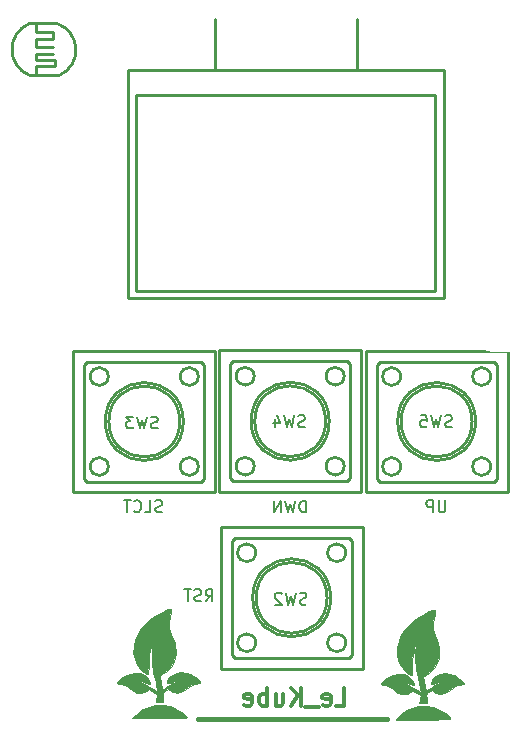
<source format=gbo>
G04 #@! TF.GenerationSoftware,KiCad,Pcbnew,(5.1.9-0-10_14)*
G04 #@! TF.CreationDate,2021-04-26T19:25:28+02:00*
G04 #@! TF.ProjectId,Le_kube,4c655f6b-7562-4652-9e6b-696361645f70,rev?*
G04 #@! TF.SameCoordinates,Original*
G04 #@! TF.FileFunction,Legend,Bot*
G04 #@! TF.FilePolarity,Positive*
%FSLAX46Y46*%
G04 Gerber Fmt 4.6, Leading zero omitted, Abs format (unit mm)*
G04 Created by KiCad (PCBNEW (5.1.9-0-10_14)) date 2021-04-26 19:25:28*
%MOMM*%
%LPD*%
G01*
G04 APERTURE LIST*
%ADD10C,0.200000*%
%ADD11C,0.300000*%
%ADD12C,0.400000*%
%ADD13C,0.254000*%
%ADD14C,0.010000*%
%ADD15R,1.300000X1.950000*%
%ADD16O,3.500000X2.000000*%
%ADD17C,1.600000*%
%ADD18C,1.524000*%
%ADD19R,1.524000X1.524000*%
%ADD20C,0.800000*%
%ADD21R,1.800000X1.800000*%
%ADD22C,1.800000*%
%ADD23O,2.000000X1.300000*%
%ADD24R,1.950000X1.300000*%
%ADD25O,2.000000X1.200000*%
%ADD26C,1.300000*%
G04 APERTURE END LIST*
D10*
X113505714Y-95782380D02*
X113505714Y-96591904D01*
X113458095Y-96687142D01*
X113410476Y-96734761D01*
X113315238Y-96782380D01*
X113124761Y-96782380D01*
X113029523Y-96734761D01*
X112981904Y-96687142D01*
X112934285Y-96591904D01*
X112934285Y-95782380D01*
X112458095Y-96782380D02*
X112458095Y-95782380D01*
X112077142Y-95782380D01*
X111981904Y-95830000D01*
X111934285Y-95877619D01*
X111886666Y-95972857D01*
X111886666Y-96115714D01*
X111934285Y-96210952D01*
X111981904Y-96258571D01*
X112077142Y-96306190D01*
X112458095Y-96306190D01*
X101727142Y-96802380D02*
X101727142Y-95802380D01*
X101489047Y-95802380D01*
X101346190Y-95850000D01*
X101250952Y-95945238D01*
X101203333Y-96040476D01*
X101155714Y-96230952D01*
X101155714Y-96373809D01*
X101203333Y-96564285D01*
X101250952Y-96659523D01*
X101346190Y-96754761D01*
X101489047Y-96802380D01*
X101727142Y-96802380D01*
X100822380Y-95802380D02*
X100584285Y-96802380D01*
X100393809Y-96088095D01*
X100203333Y-96802380D01*
X99965238Y-95802380D01*
X99584285Y-96802380D02*
X99584285Y-95802380D01*
X99012857Y-96802380D01*
X99012857Y-95802380D01*
X89541428Y-96724761D02*
X89398571Y-96772380D01*
X89160476Y-96772380D01*
X89065238Y-96724761D01*
X89017619Y-96677142D01*
X88970000Y-96581904D01*
X88970000Y-96486666D01*
X89017619Y-96391428D01*
X89065238Y-96343809D01*
X89160476Y-96296190D01*
X89350952Y-96248571D01*
X89446190Y-96200952D01*
X89493809Y-96153333D01*
X89541428Y-96058095D01*
X89541428Y-95962857D01*
X89493809Y-95867619D01*
X89446190Y-95820000D01*
X89350952Y-95772380D01*
X89112857Y-95772380D01*
X88970000Y-95820000D01*
X88065238Y-96772380D02*
X88541428Y-96772380D01*
X88541428Y-95772380D01*
X87160476Y-96677142D02*
X87208095Y-96724761D01*
X87350952Y-96772380D01*
X87446190Y-96772380D01*
X87589047Y-96724761D01*
X87684285Y-96629523D01*
X87731904Y-96534285D01*
X87779523Y-96343809D01*
X87779523Y-96200952D01*
X87731904Y-96010476D01*
X87684285Y-95915238D01*
X87589047Y-95820000D01*
X87446190Y-95772380D01*
X87350952Y-95772380D01*
X87208095Y-95820000D01*
X87160476Y-95867619D01*
X86874761Y-95772380D02*
X86303333Y-95772380D01*
X86589047Y-96772380D02*
X86589047Y-95772380D01*
X93217619Y-104322380D02*
X93550952Y-103846190D01*
X93789047Y-104322380D02*
X93789047Y-103322380D01*
X93408095Y-103322380D01*
X93312857Y-103370000D01*
X93265238Y-103417619D01*
X93217619Y-103512857D01*
X93217619Y-103655714D01*
X93265238Y-103750952D01*
X93312857Y-103798571D01*
X93408095Y-103846190D01*
X93789047Y-103846190D01*
X92836666Y-104274761D02*
X92693809Y-104322380D01*
X92455714Y-104322380D01*
X92360476Y-104274761D01*
X92312857Y-104227142D01*
X92265238Y-104131904D01*
X92265238Y-104036666D01*
X92312857Y-103941428D01*
X92360476Y-103893809D01*
X92455714Y-103846190D01*
X92646190Y-103798571D01*
X92741428Y-103750952D01*
X92789047Y-103703333D01*
X92836666Y-103608095D01*
X92836666Y-103512857D01*
X92789047Y-103417619D01*
X92741428Y-103370000D01*
X92646190Y-103322380D01*
X92408095Y-103322380D01*
X92265238Y-103370000D01*
X91979523Y-103322380D02*
X91408095Y-103322380D01*
X91693809Y-104322380D02*
X91693809Y-103322380D01*
D11*
X104220000Y-113148571D02*
X104934285Y-113148571D01*
X104934285Y-111648571D01*
X103148571Y-113077142D02*
X103291428Y-113148571D01*
X103577142Y-113148571D01*
X103720000Y-113077142D01*
X103791428Y-112934285D01*
X103791428Y-112362857D01*
X103720000Y-112220000D01*
X103577142Y-112148571D01*
X103291428Y-112148571D01*
X103148571Y-112220000D01*
X103077142Y-112362857D01*
X103077142Y-112505714D01*
X103791428Y-112648571D01*
X102791428Y-113291428D02*
X101648571Y-113291428D01*
X101291428Y-113148571D02*
X101291428Y-111648571D01*
X100434285Y-113148571D02*
X101077142Y-112291428D01*
X100434285Y-111648571D02*
X101291428Y-112505714D01*
X99148571Y-112148571D02*
X99148571Y-113148571D01*
X99791428Y-112148571D02*
X99791428Y-112934285D01*
X99720000Y-113077142D01*
X99577142Y-113148571D01*
X99362857Y-113148571D01*
X99220000Y-113077142D01*
X99148571Y-113005714D01*
X98434285Y-113148571D02*
X98434285Y-111648571D01*
X98434285Y-112220000D02*
X98291428Y-112148571D01*
X98005714Y-112148571D01*
X97862857Y-112220000D01*
X97791428Y-112291428D01*
X97720000Y-112434285D01*
X97720000Y-112862857D01*
X97791428Y-113005714D01*
X97862857Y-113077142D01*
X98005714Y-113148571D01*
X98291428Y-113148571D01*
X98434285Y-113077142D01*
X96505714Y-113077142D02*
X96648571Y-113148571D01*
X96934285Y-113148571D01*
X97077142Y-113077142D01*
X97148571Y-112934285D01*
X97148571Y-112362857D01*
X97077142Y-112220000D01*
X96934285Y-112148571D01*
X96648571Y-112148571D01*
X96505714Y-112220000D01*
X96434285Y-112362857D01*
X96434285Y-112505714D01*
X97148571Y-112648571D01*
D12*
X108550000Y-114290000D02*
X92550000Y-114290000D01*
D13*
X106775000Y-83100000D02*
X106775000Y-95100000D01*
X118774000Y-83100000D02*
X106774000Y-83100000D01*
X118775000Y-95100000D02*
X118775000Y-83100000D01*
X106775000Y-95100000D02*
X118775000Y-95100000D01*
X107695000Y-84274000D02*
X107695000Y-93926000D01*
X107695000Y-93926000D02*
X107949000Y-94180000D01*
X107949000Y-94180000D02*
X117601000Y-94180000D01*
X117601000Y-94180000D02*
X117855000Y-93926000D01*
X117855000Y-93926000D02*
X117855000Y-84274000D01*
X117855000Y-84274000D02*
X117601000Y-84020000D01*
X117601000Y-84020000D02*
X107949000Y-84020000D01*
X107949000Y-84020000D02*
X107695000Y-84274000D01*
X109727000Y-85290000D02*
G75*
G03*
X109727000Y-85290000I-762000J0D01*
G01*
X109727000Y-92910000D02*
G75*
G03*
X109727000Y-92910000I-762000J0D01*
G01*
X117347000Y-85290000D02*
G75*
G03*
X117347000Y-85290000I-762000J0D01*
G01*
X117347000Y-92910000D02*
G75*
G03*
X117347000Y-92910000I-762000J0D01*
G01*
X116077000Y-89100000D02*
G75*
G03*
X116077000Y-89100000I-3302000J0D01*
G01*
X115775000Y-89100000D02*
G75*
G03*
X115775000Y-89100000I-3000000J0D01*
G01*
D14*
G36*
X90063429Y-105003144D02*
G01*
X89843214Y-105092200D01*
X89569023Y-105224349D01*
X89266941Y-105386273D01*
X88963054Y-105564654D01*
X88683446Y-105746174D01*
X88680933Y-105747911D01*
X88183116Y-106152680D01*
X87772275Y-106611542D01*
X87453654Y-107110313D01*
X87232492Y-107634811D01*
X87114033Y-108170853D01*
X87103517Y-108704256D01*
X87206188Y-109220838D01*
X87303956Y-109473545D01*
X87510237Y-109833563D01*
X87765231Y-110136763D01*
X88044606Y-110357997D01*
X88252750Y-110454159D01*
X88305874Y-110464420D01*
X88341891Y-110443087D01*
X88364366Y-110370376D01*
X88376862Y-110226506D01*
X88382941Y-109991695D01*
X88385646Y-109716365D01*
X88403649Y-109217203D01*
X88447256Y-108759460D01*
X88502567Y-108431250D01*
X88573359Y-108131464D01*
X88631837Y-107929511D01*
X88674595Y-107830805D01*
X88698231Y-107840761D01*
X88699339Y-107964791D01*
X88682225Y-108145500D01*
X88661104Y-108405457D01*
X88647669Y-108732886D01*
X88644081Y-109068377D01*
X88645244Y-109161500D01*
X88652020Y-109391518D01*
X88665510Y-109599695D01*
X88689683Y-109809689D01*
X88728507Y-110045163D01*
X88785949Y-110329777D01*
X88865978Y-110687192D01*
X88972560Y-111141068D01*
X88988323Y-111207341D01*
X89045813Y-111472557D01*
X89082608Y-111691045D01*
X89094452Y-111834052D01*
X89086768Y-111872898D01*
X89059045Y-111890119D01*
X89013563Y-111885721D01*
X88931990Y-111850476D01*
X88795994Y-111775157D01*
X88587242Y-111650537D01*
X88316250Y-111485071D01*
X88076511Y-111352652D01*
X87833585Y-111241543D01*
X87664296Y-111182972D01*
X87490085Y-111127737D01*
X87373902Y-111070351D01*
X87354719Y-111051886D01*
X87369235Y-111014552D01*
X87435173Y-111023206D01*
X87579749Y-111059207D01*
X87765903Y-111099846D01*
X87773968Y-111101485D01*
X87974959Y-111156171D01*
X88205071Y-111237636D01*
X88266093Y-111262719D01*
X88447544Y-111325026D01*
X88535186Y-111309693D01*
X88534274Y-111209245D01*
X88450063Y-111016206D01*
X88445531Y-111007410D01*
X88227766Y-110712124D01*
X87938142Y-110509546D01*
X87592701Y-110400717D01*
X87207486Y-110386681D01*
X86798537Y-110468480D01*
X86381895Y-110647155D01*
X86064195Y-110852712D01*
X85835748Y-111041249D01*
X85721689Y-111178020D01*
X85721145Y-111264587D01*
X85813263Y-111300396D01*
X86113865Y-111349392D01*
X86337910Y-111418024D01*
X86535834Y-111526869D01*
X86732066Y-111675194D01*
X86991497Y-111873518D01*
X87203025Y-111996366D01*
X87406279Y-112060280D01*
X87640884Y-112081803D01*
X87707744Y-112082500D01*
X88010569Y-112041819D01*
X88227485Y-111935560D01*
X88443250Y-111788620D01*
X88760750Y-111978476D01*
X88934033Y-112082257D01*
X89056300Y-112155792D01*
X89095442Y-112179649D01*
X89092922Y-112242291D01*
X89068095Y-112391269D01*
X89041616Y-112522115D01*
X89005874Y-112708233D01*
X88989742Y-112833488D01*
X88992674Y-112864756D01*
X89063385Y-112867806D01*
X89217833Y-112862510D01*
X89314160Y-112856986D01*
X89613569Y-112837722D01*
X89599910Y-112423432D01*
X89595312Y-112199573D01*
X89609872Y-112064701D01*
X89658324Y-111980884D01*
X89755405Y-111910184D01*
X89812424Y-111876334D01*
X90038598Y-111743525D01*
X90243302Y-111894870D01*
X90430504Y-111998896D01*
X90652086Y-112041194D01*
X90779128Y-112044552D01*
X91050448Y-112019427D01*
X91297083Y-111936460D01*
X91553815Y-111779817D01*
X91805413Y-111577388D01*
X92031352Y-111407844D01*
X92245307Y-111315576D01*
X92415002Y-111282358D01*
X92602765Y-111249431D01*
X92731297Y-111211912D01*
X92761879Y-111192483D01*
X92737694Y-111121625D01*
X92633772Y-111002714D01*
X92476126Y-110858022D01*
X92290769Y-110709827D01*
X92103711Y-110580402D01*
X91946906Y-110494589D01*
X91536978Y-110366709D01*
X91130960Y-110334037D01*
X90750579Y-110391524D01*
X90417560Y-110534126D01*
X90153633Y-110756796D01*
X90030684Y-110939629D01*
X89948600Y-111118420D01*
X89938759Y-111218090D01*
X90013092Y-111246252D01*
X90183535Y-111210519D01*
X90364125Y-111152349D01*
X90609120Y-111077966D01*
X90833431Y-111025356D01*
X90983250Y-111006278D01*
X91054367Y-111015606D01*
X91023075Y-111046757D01*
X90881644Y-111104487D01*
X90746504Y-111151885D01*
X90462940Y-111267200D01*
X90168866Y-111415774D01*
X89979856Y-111531245D01*
X89796083Y-111651813D01*
X89650777Y-111736222D01*
X89580044Y-111765000D01*
X89541270Y-111707274D01*
X89494544Y-111554858D01*
X89449118Y-111338888D01*
X89443268Y-111304625D01*
X89400426Y-111058831D01*
X89360175Y-110848982D01*
X89330916Y-110718773D01*
X89329928Y-110715260D01*
X89329588Y-110619869D01*
X89409885Y-110541830D01*
X89534851Y-110479026D01*
X89932606Y-110235509D01*
X90256774Y-109897926D01*
X90497010Y-109482342D01*
X90642970Y-109004823D01*
X90680758Y-108699210D01*
X90684143Y-108425030D01*
X90654997Y-108159400D01*
X90586138Y-107872732D01*
X90470380Y-107535438D01*
X90300539Y-107117928D01*
X90291924Y-107097750D01*
X90154204Y-106615581D01*
X90135582Y-106097010D01*
X90221250Y-105605500D01*
X90291825Y-105306381D01*
X90312573Y-105110203D01*
X90283102Y-105002923D01*
X90203584Y-104970500D01*
X90063429Y-105003144D01*
G37*
X90063429Y-105003144D02*
X89843214Y-105092200D01*
X89569023Y-105224349D01*
X89266941Y-105386273D01*
X88963054Y-105564654D01*
X88683446Y-105746174D01*
X88680933Y-105747911D01*
X88183116Y-106152680D01*
X87772275Y-106611542D01*
X87453654Y-107110313D01*
X87232492Y-107634811D01*
X87114033Y-108170853D01*
X87103517Y-108704256D01*
X87206188Y-109220838D01*
X87303956Y-109473545D01*
X87510237Y-109833563D01*
X87765231Y-110136763D01*
X88044606Y-110357997D01*
X88252750Y-110454159D01*
X88305874Y-110464420D01*
X88341891Y-110443087D01*
X88364366Y-110370376D01*
X88376862Y-110226506D01*
X88382941Y-109991695D01*
X88385646Y-109716365D01*
X88403649Y-109217203D01*
X88447256Y-108759460D01*
X88502567Y-108431250D01*
X88573359Y-108131464D01*
X88631837Y-107929511D01*
X88674595Y-107830805D01*
X88698231Y-107840761D01*
X88699339Y-107964791D01*
X88682225Y-108145500D01*
X88661104Y-108405457D01*
X88647669Y-108732886D01*
X88644081Y-109068377D01*
X88645244Y-109161500D01*
X88652020Y-109391518D01*
X88665510Y-109599695D01*
X88689683Y-109809689D01*
X88728507Y-110045163D01*
X88785949Y-110329777D01*
X88865978Y-110687192D01*
X88972560Y-111141068D01*
X88988323Y-111207341D01*
X89045813Y-111472557D01*
X89082608Y-111691045D01*
X89094452Y-111834052D01*
X89086768Y-111872898D01*
X89059045Y-111890119D01*
X89013563Y-111885721D01*
X88931990Y-111850476D01*
X88795994Y-111775157D01*
X88587242Y-111650537D01*
X88316250Y-111485071D01*
X88076511Y-111352652D01*
X87833585Y-111241543D01*
X87664296Y-111182972D01*
X87490085Y-111127737D01*
X87373902Y-111070351D01*
X87354719Y-111051886D01*
X87369235Y-111014552D01*
X87435173Y-111023206D01*
X87579749Y-111059207D01*
X87765903Y-111099846D01*
X87773968Y-111101485D01*
X87974959Y-111156171D01*
X88205071Y-111237636D01*
X88266093Y-111262719D01*
X88447544Y-111325026D01*
X88535186Y-111309693D01*
X88534274Y-111209245D01*
X88450063Y-111016206D01*
X88445531Y-111007410D01*
X88227766Y-110712124D01*
X87938142Y-110509546D01*
X87592701Y-110400717D01*
X87207486Y-110386681D01*
X86798537Y-110468480D01*
X86381895Y-110647155D01*
X86064195Y-110852712D01*
X85835748Y-111041249D01*
X85721689Y-111178020D01*
X85721145Y-111264587D01*
X85813263Y-111300396D01*
X86113865Y-111349392D01*
X86337910Y-111418024D01*
X86535834Y-111526869D01*
X86732066Y-111675194D01*
X86991497Y-111873518D01*
X87203025Y-111996366D01*
X87406279Y-112060280D01*
X87640884Y-112081803D01*
X87707744Y-112082500D01*
X88010569Y-112041819D01*
X88227485Y-111935560D01*
X88443250Y-111788620D01*
X88760750Y-111978476D01*
X88934033Y-112082257D01*
X89056300Y-112155792D01*
X89095442Y-112179649D01*
X89092922Y-112242291D01*
X89068095Y-112391269D01*
X89041616Y-112522115D01*
X89005874Y-112708233D01*
X88989742Y-112833488D01*
X88992674Y-112864756D01*
X89063385Y-112867806D01*
X89217833Y-112862510D01*
X89314160Y-112856986D01*
X89613569Y-112837722D01*
X89599910Y-112423432D01*
X89595312Y-112199573D01*
X89609872Y-112064701D01*
X89658324Y-111980884D01*
X89755405Y-111910184D01*
X89812424Y-111876334D01*
X90038598Y-111743525D01*
X90243302Y-111894870D01*
X90430504Y-111998896D01*
X90652086Y-112041194D01*
X90779128Y-112044552D01*
X91050448Y-112019427D01*
X91297083Y-111936460D01*
X91553815Y-111779817D01*
X91805413Y-111577388D01*
X92031352Y-111407844D01*
X92245307Y-111315576D01*
X92415002Y-111282358D01*
X92602765Y-111249431D01*
X92731297Y-111211912D01*
X92761879Y-111192483D01*
X92737694Y-111121625D01*
X92633772Y-111002714D01*
X92476126Y-110858022D01*
X92290769Y-110709827D01*
X92103711Y-110580402D01*
X91946906Y-110494589D01*
X91536978Y-110366709D01*
X91130960Y-110334037D01*
X90750579Y-110391524D01*
X90417560Y-110534126D01*
X90153633Y-110756796D01*
X90030684Y-110939629D01*
X89948600Y-111118420D01*
X89938759Y-111218090D01*
X90013092Y-111246252D01*
X90183535Y-111210519D01*
X90364125Y-111152349D01*
X90609120Y-111077966D01*
X90833431Y-111025356D01*
X90983250Y-111006278D01*
X91054367Y-111015606D01*
X91023075Y-111046757D01*
X90881644Y-111104487D01*
X90746504Y-111151885D01*
X90462940Y-111267200D01*
X90168866Y-111415774D01*
X89979856Y-111531245D01*
X89796083Y-111651813D01*
X89650777Y-111736222D01*
X89580044Y-111765000D01*
X89541270Y-111707274D01*
X89494544Y-111554858D01*
X89449118Y-111338888D01*
X89443268Y-111304625D01*
X89400426Y-111058831D01*
X89360175Y-110848982D01*
X89330916Y-110718773D01*
X89329928Y-110715260D01*
X89329588Y-110619869D01*
X89409885Y-110541830D01*
X89534851Y-110479026D01*
X89932606Y-110235509D01*
X90256774Y-109897926D01*
X90497010Y-109482342D01*
X90642970Y-109004823D01*
X90680758Y-108699210D01*
X90684143Y-108425030D01*
X90654997Y-108159400D01*
X90586138Y-107872732D01*
X90470380Y-107535438D01*
X90300539Y-107117928D01*
X90291924Y-107097750D01*
X90154204Y-106615581D01*
X90135582Y-106097010D01*
X90221250Y-105605500D01*
X90291825Y-105306381D01*
X90312573Y-105110203D01*
X90283102Y-105002923D01*
X90203584Y-104970500D01*
X90063429Y-105003144D01*
G36*
X88981033Y-113121698D02*
G01*
X88402215Y-113243083D01*
X87900027Y-113455769D01*
X87691256Y-113592163D01*
X87457631Y-113778283D01*
X87294410Y-113929929D01*
X86987525Y-114241500D01*
X89320997Y-114241500D01*
X89926125Y-114241324D01*
X90415991Y-114240373D01*
X90802331Y-114238012D01*
X91096882Y-114233606D01*
X91311383Y-114226520D01*
X91457570Y-114216119D01*
X91547180Y-114201768D01*
X91591950Y-114182831D01*
X91603618Y-114158676D01*
X91593922Y-114128665D01*
X91588808Y-114118811D01*
X91479827Y-113982648D01*
X91294050Y-113813275D01*
X91066106Y-113638416D01*
X90830627Y-113485795D01*
X90729250Y-113430661D01*
X90167111Y-113215286D01*
X89576852Y-113112365D01*
X88981033Y-113121698D01*
G37*
X88981033Y-113121698D02*
X88402215Y-113243083D01*
X87900027Y-113455769D01*
X87691256Y-113592163D01*
X87457631Y-113778283D01*
X87294410Y-113929929D01*
X86987525Y-114241500D01*
X89320997Y-114241500D01*
X89926125Y-114241324D01*
X90415991Y-114240373D01*
X90802331Y-114238012D01*
X91096882Y-114233606D01*
X91311383Y-114226520D01*
X91457570Y-114216119D01*
X91547180Y-114201768D01*
X91591950Y-114182831D01*
X91603618Y-114158676D01*
X91593922Y-114128665D01*
X91588808Y-114118811D01*
X91479827Y-113982648D01*
X91294050Y-113813275D01*
X91066106Y-113638416D01*
X90830627Y-113485795D01*
X90729250Y-113430661D01*
X90167111Y-113215286D01*
X89576852Y-113112365D01*
X88981033Y-113121698D01*
G36*
X111301033Y-113211698D02*
G01*
X110722215Y-113333083D01*
X110220027Y-113545769D01*
X110011256Y-113682163D01*
X109777631Y-113868283D01*
X109614410Y-114019929D01*
X109307525Y-114331500D01*
X111640997Y-114331500D01*
X112246125Y-114331324D01*
X112735991Y-114330373D01*
X113122331Y-114328012D01*
X113416882Y-114323606D01*
X113631383Y-114316520D01*
X113777570Y-114306119D01*
X113867180Y-114291768D01*
X113911950Y-114272831D01*
X113923618Y-114248676D01*
X113913922Y-114218665D01*
X113908808Y-114208811D01*
X113799827Y-114072648D01*
X113614050Y-113903275D01*
X113386106Y-113728416D01*
X113150627Y-113575795D01*
X113049250Y-113520661D01*
X112487111Y-113305286D01*
X111896852Y-113202365D01*
X111301033Y-113211698D01*
G37*
X111301033Y-113211698D02*
X110722215Y-113333083D01*
X110220027Y-113545769D01*
X110011256Y-113682163D01*
X109777631Y-113868283D01*
X109614410Y-114019929D01*
X109307525Y-114331500D01*
X111640997Y-114331500D01*
X112246125Y-114331324D01*
X112735991Y-114330373D01*
X113122331Y-114328012D01*
X113416882Y-114323606D01*
X113631383Y-114316520D01*
X113777570Y-114306119D01*
X113867180Y-114291768D01*
X113911950Y-114272831D01*
X113923618Y-114248676D01*
X113913922Y-114218665D01*
X113908808Y-114208811D01*
X113799827Y-114072648D01*
X113614050Y-113903275D01*
X113386106Y-113728416D01*
X113150627Y-113575795D01*
X113049250Y-113520661D01*
X112487111Y-113305286D01*
X111896852Y-113202365D01*
X111301033Y-113211698D01*
G36*
X112383429Y-105093144D02*
G01*
X112163214Y-105182200D01*
X111889023Y-105314349D01*
X111586941Y-105476273D01*
X111283054Y-105654654D01*
X111003446Y-105836174D01*
X111000933Y-105837911D01*
X110503116Y-106242680D01*
X110092275Y-106701542D01*
X109773654Y-107200313D01*
X109552492Y-107724811D01*
X109434033Y-108260853D01*
X109423517Y-108794256D01*
X109526188Y-109310838D01*
X109623956Y-109563545D01*
X109830237Y-109923563D01*
X110085231Y-110226763D01*
X110364606Y-110447997D01*
X110572750Y-110544159D01*
X110625874Y-110554420D01*
X110661891Y-110533087D01*
X110684366Y-110460376D01*
X110696862Y-110316506D01*
X110702941Y-110081695D01*
X110705646Y-109806365D01*
X110723649Y-109307203D01*
X110767256Y-108849460D01*
X110822567Y-108521250D01*
X110893359Y-108221464D01*
X110951837Y-108019511D01*
X110994595Y-107920805D01*
X111018231Y-107930761D01*
X111019339Y-108054791D01*
X111002225Y-108235500D01*
X110981104Y-108495457D01*
X110967669Y-108822886D01*
X110964081Y-109158377D01*
X110965244Y-109251500D01*
X110972020Y-109481518D01*
X110985510Y-109689695D01*
X111009683Y-109899689D01*
X111048507Y-110135163D01*
X111105949Y-110419777D01*
X111185978Y-110777192D01*
X111292560Y-111231068D01*
X111308323Y-111297341D01*
X111365813Y-111562557D01*
X111402608Y-111781045D01*
X111414452Y-111924052D01*
X111406768Y-111962898D01*
X111379045Y-111980119D01*
X111333563Y-111975721D01*
X111251990Y-111940476D01*
X111115994Y-111865157D01*
X110907242Y-111740537D01*
X110636250Y-111575071D01*
X110396511Y-111442652D01*
X110153585Y-111331543D01*
X109984296Y-111272972D01*
X109810085Y-111217737D01*
X109693902Y-111160351D01*
X109674719Y-111141886D01*
X109689235Y-111104552D01*
X109755173Y-111113206D01*
X109899749Y-111149207D01*
X110085903Y-111189846D01*
X110093968Y-111191485D01*
X110294959Y-111246171D01*
X110525071Y-111327636D01*
X110586093Y-111352719D01*
X110767544Y-111415026D01*
X110855186Y-111399693D01*
X110854274Y-111299245D01*
X110770063Y-111106206D01*
X110765531Y-111097410D01*
X110547766Y-110802124D01*
X110258142Y-110599546D01*
X109912701Y-110490717D01*
X109527486Y-110476681D01*
X109118537Y-110558480D01*
X108701895Y-110737155D01*
X108384195Y-110942712D01*
X108155748Y-111131249D01*
X108041689Y-111268020D01*
X108041145Y-111354587D01*
X108133263Y-111390396D01*
X108433865Y-111439392D01*
X108657910Y-111508024D01*
X108855834Y-111616869D01*
X109052066Y-111765194D01*
X109311497Y-111963518D01*
X109523025Y-112086366D01*
X109726279Y-112150280D01*
X109960884Y-112171803D01*
X110027744Y-112172500D01*
X110330569Y-112131819D01*
X110547485Y-112025560D01*
X110763250Y-111878620D01*
X111080750Y-112068476D01*
X111254033Y-112172257D01*
X111376300Y-112245792D01*
X111415442Y-112269649D01*
X111412922Y-112332291D01*
X111388095Y-112481269D01*
X111361616Y-112612115D01*
X111325874Y-112798233D01*
X111309742Y-112923488D01*
X111312674Y-112954756D01*
X111383385Y-112957806D01*
X111537833Y-112952510D01*
X111634160Y-112946986D01*
X111933569Y-112927722D01*
X111919910Y-112513432D01*
X111915312Y-112289573D01*
X111929872Y-112154701D01*
X111978324Y-112070884D01*
X112075405Y-112000184D01*
X112132424Y-111966334D01*
X112358598Y-111833525D01*
X112563302Y-111984870D01*
X112750504Y-112088896D01*
X112972086Y-112131194D01*
X113099128Y-112134552D01*
X113370448Y-112109427D01*
X113617083Y-112026460D01*
X113873815Y-111869817D01*
X114125413Y-111667388D01*
X114351352Y-111497844D01*
X114565307Y-111405576D01*
X114735002Y-111372358D01*
X114922765Y-111339431D01*
X115051297Y-111301912D01*
X115081879Y-111282483D01*
X115057694Y-111211625D01*
X114953772Y-111092714D01*
X114796126Y-110948022D01*
X114610769Y-110799827D01*
X114423711Y-110670402D01*
X114266906Y-110584589D01*
X113856978Y-110456709D01*
X113450960Y-110424037D01*
X113070579Y-110481524D01*
X112737560Y-110624126D01*
X112473633Y-110846796D01*
X112350684Y-111029629D01*
X112268600Y-111208420D01*
X112258759Y-111308090D01*
X112333092Y-111336252D01*
X112503535Y-111300519D01*
X112684125Y-111242349D01*
X112929120Y-111167966D01*
X113153431Y-111115356D01*
X113303250Y-111096278D01*
X113374367Y-111105606D01*
X113343075Y-111136757D01*
X113201644Y-111194487D01*
X113066504Y-111241885D01*
X112782940Y-111357200D01*
X112488866Y-111505774D01*
X112299856Y-111621245D01*
X112116083Y-111741813D01*
X111970777Y-111826222D01*
X111900044Y-111855000D01*
X111861270Y-111797274D01*
X111814544Y-111644858D01*
X111769118Y-111428888D01*
X111763268Y-111394625D01*
X111720426Y-111148831D01*
X111680175Y-110938982D01*
X111650916Y-110808773D01*
X111649928Y-110805260D01*
X111649588Y-110709869D01*
X111729885Y-110631830D01*
X111854851Y-110569026D01*
X112252606Y-110325509D01*
X112576774Y-109987926D01*
X112817010Y-109572342D01*
X112962970Y-109094823D01*
X113000758Y-108789210D01*
X113004143Y-108515030D01*
X112974997Y-108249400D01*
X112906138Y-107962732D01*
X112790380Y-107625438D01*
X112620539Y-107207928D01*
X112611924Y-107187750D01*
X112474204Y-106705581D01*
X112455582Y-106187010D01*
X112541250Y-105695500D01*
X112611825Y-105396381D01*
X112632573Y-105200203D01*
X112603102Y-105092923D01*
X112523584Y-105060500D01*
X112383429Y-105093144D01*
G37*
X112383429Y-105093144D02*
X112163214Y-105182200D01*
X111889023Y-105314349D01*
X111586941Y-105476273D01*
X111283054Y-105654654D01*
X111003446Y-105836174D01*
X111000933Y-105837911D01*
X110503116Y-106242680D01*
X110092275Y-106701542D01*
X109773654Y-107200313D01*
X109552492Y-107724811D01*
X109434033Y-108260853D01*
X109423517Y-108794256D01*
X109526188Y-109310838D01*
X109623956Y-109563545D01*
X109830237Y-109923563D01*
X110085231Y-110226763D01*
X110364606Y-110447997D01*
X110572750Y-110544159D01*
X110625874Y-110554420D01*
X110661891Y-110533087D01*
X110684366Y-110460376D01*
X110696862Y-110316506D01*
X110702941Y-110081695D01*
X110705646Y-109806365D01*
X110723649Y-109307203D01*
X110767256Y-108849460D01*
X110822567Y-108521250D01*
X110893359Y-108221464D01*
X110951837Y-108019511D01*
X110994595Y-107920805D01*
X111018231Y-107930761D01*
X111019339Y-108054791D01*
X111002225Y-108235500D01*
X110981104Y-108495457D01*
X110967669Y-108822886D01*
X110964081Y-109158377D01*
X110965244Y-109251500D01*
X110972020Y-109481518D01*
X110985510Y-109689695D01*
X111009683Y-109899689D01*
X111048507Y-110135163D01*
X111105949Y-110419777D01*
X111185978Y-110777192D01*
X111292560Y-111231068D01*
X111308323Y-111297341D01*
X111365813Y-111562557D01*
X111402608Y-111781045D01*
X111414452Y-111924052D01*
X111406768Y-111962898D01*
X111379045Y-111980119D01*
X111333563Y-111975721D01*
X111251990Y-111940476D01*
X111115994Y-111865157D01*
X110907242Y-111740537D01*
X110636250Y-111575071D01*
X110396511Y-111442652D01*
X110153585Y-111331543D01*
X109984296Y-111272972D01*
X109810085Y-111217737D01*
X109693902Y-111160351D01*
X109674719Y-111141886D01*
X109689235Y-111104552D01*
X109755173Y-111113206D01*
X109899749Y-111149207D01*
X110085903Y-111189846D01*
X110093968Y-111191485D01*
X110294959Y-111246171D01*
X110525071Y-111327636D01*
X110586093Y-111352719D01*
X110767544Y-111415026D01*
X110855186Y-111399693D01*
X110854274Y-111299245D01*
X110770063Y-111106206D01*
X110765531Y-111097410D01*
X110547766Y-110802124D01*
X110258142Y-110599546D01*
X109912701Y-110490717D01*
X109527486Y-110476681D01*
X109118537Y-110558480D01*
X108701895Y-110737155D01*
X108384195Y-110942712D01*
X108155748Y-111131249D01*
X108041689Y-111268020D01*
X108041145Y-111354587D01*
X108133263Y-111390396D01*
X108433865Y-111439392D01*
X108657910Y-111508024D01*
X108855834Y-111616869D01*
X109052066Y-111765194D01*
X109311497Y-111963518D01*
X109523025Y-112086366D01*
X109726279Y-112150280D01*
X109960884Y-112171803D01*
X110027744Y-112172500D01*
X110330569Y-112131819D01*
X110547485Y-112025560D01*
X110763250Y-111878620D01*
X111080750Y-112068476D01*
X111254033Y-112172257D01*
X111376300Y-112245792D01*
X111415442Y-112269649D01*
X111412922Y-112332291D01*
X111388095Y-112481269D01*
X111361616Y-112612115D01*
X111325874Y-112798233D01*
X111309742Y-112923488D01*
X111312674Y-112954756D01*
X111383385Y-112957806D01*
X111537833Y-112952510D01*
X111634160Y-112946986D01*
X111933569Y-112927722D01*
X111919910Y-112513432D01*
X111915312Y-112289573D01*
X111929872Y-112154701D01*
X111978324Y-112070884D01*
X112075405Y-112000184D01*
X112132424Y-111966334D01*
X112358598Y-111833525D01*
X112563302Y-111984870D01*
X112750504Y-112088896D01*
X112972086Y-112131194D01*
X113099128Y-112134552D01*
X113370448Y-112109427D01*
X113617083Y-112026460D01*
X113873815Y-111869817D01*
X114125413Y-111667388D01*
X114351352Y-111497844D01*
X114565307Y-111405576D01*
X114735002Y-111372358D01*
X114922765Y-111339431D01*
X115051297Y-111301912D01*
X115081879Y-111282483D01*
X115057694Y-111211625D01*
X114953772Y-111092714D01*
X114796126Y-110948022D01*
X114610769Y-110799827D01*
X114423711Y-110670402D01*
X114266906Y-110584589D01*
X113856978Y-110456709D01*
X113450960Y-110424037D01*
X113070579Y-110481524D01*
X112737560Y-110624126D01*
X112473633Y-110846796D01*
X112350684Y-111029629D01*
X112268600Y-111208420D01*
X112258759Y-111308090D01*
X112333092Y-111336252D01*
X112503535Y-111300519D01*
X112684125Y-111242349D01*
X112929120Y-111167966D01*
X113153431Y-111115356D01*
X113303250Y-111096278D01*
X113374367Y-111105606D01*
X113343075Y-111136757D01*
X113201644Y-111194487D01*
X113066504Y-111241885D01*
X112782940Y-111357200D01*
X112488866Y-111505774D01*
X112299856Y-111621245D01*
X112116083Y-111741813D01*
X111970777Y-111826222D01*
X111900044Y-111855000D01*
X111861270Y-111797274D01*
X111814544Y-111644858D01*
X111769118Y-111428888D01*
X111763268Y-111394625D01*
X111720426Y-111148831D01*
X111680175Y-110938982D01*
X111650916Y-110808773D01*
X111649928Y-110805260D01*
X111649588Y-110709869D01*
X111729885Y-110631830D01*
X111854851Y-110569026D01*
X112252606Y-110325509D01*
X112576774Y-109987926D01*
X112817010Y-109572342D01*
X112962970Y-109094823D01*
X113000758Y-108789210D01*
X113004143Y-108515030D01*
X112974997Y-108249400D01*
X112906138Y-107962732D01*
X112790380Y-107625438D01*
X112620539Y-107207928D01*
X112611924Y-107187750D01*
X112474204Y-106705581D01*
X112455582Y-106187010D01*
X112541250Y-105695500D01*
X112611825Y-105396381D01*
X112632573Y-105200203D01*
X112603102Y-105092923D01*
X112523584Y-105060500D01*
X112383429Y-105093144D01*
D13*
X86675000Y-59365000D02*
X86675000Y-78625000D01*
X113375000Y-59365000D02*
X86675000Y-59365000D01*
X113375000Y-78625000D02*
X113375000Y-59365000D01*
X86675000Y-78625000D02*
X113375000Y-78625000D01*
X112633000Y-61485000D02*
X87350000Y-61475000D01*
X112650000Y-78075000D02*
X112633000Y-61485000D01*
X87350000Y-78075000D02*
X112650000Y-78075000D01*
X87350000Y-61475000D02*
X87350000Y-78075000D01*
X94000000Y-59350000D02*
X94000000Y-55000000D01*
X106000000Y-59350000D02*
X106000000Y-55000000D01*
X94375000Y-83076000D02*
X94375000Y-95076000D01*
X106374000Y-83076000D02*
X94374000Y-83076000D01*
X106375000Y-95076000D02*
X106375000Y-83076000D01*
X94375000Y-95076000D02*
X106375000Y-95076000D01*
X95295000Y-84250000D02*
X95295000Y-93902000D01*
X95295000Y-93902000D02*
X95549000Y-94156000D01*
X95549000Y-94156000D02*
X105201000Y-94156000D01*
X105201000Y-94156000D02*
X105455000Y-93902000D01*
X105455000Y-93902000D02*
X105455000Y-84250000D01*
X105455000Y-84250000D02*
X105201000Y-83996000D01*
X105201000Y-83996000D02*
X95549000Y-83996000D01*
X95549000Y-83996000D02*
X95295000Y-84250000D01*
X97327000Y-85266000D02*
G75*
G03*
X97327000Y-85266000I-762000J0D01*
G01*
X97327000Y-92886000D02*
G75*
G03*
X97327000Y-92886000I-762000J0D01*
G01*
X104947000Y-85266000D02*
G75*
G03*
X104947000Y-85266000I-762000J0D01*
G01*
X104947000Y-92886000D02*
G75*
G03*
X104947000Y-92886000I-762000J0D01*
G01*
X103677000Y-89076000D02*
G75*
G03*
X103677000Y-89076000I-3302000J0D01*
G01*
X103375000Y-89076000D02*
G75*
G03*
X103375000Y-89076000I-3000000J0D01*
G01*
X82025000Y-83100000D02*
X82025000Y-95100000D01*
X94024000Y-83100000D02*
X82024000Y-83100000D01*
X94025000Y-95100000D02*
X94025000Y-83100000D01*
X82025000Y-95100000D02*
X94025000Y-95100000D01*
X82945000Y-84274000D02*
X82945000Y-93926000D01*
X82945000Y-93926000D02*
X83199000Y-94180000D01*
X83199000Y-94180000D02*
X92851000Y-94180000D01*
X92851000Y-94180000D02*
X93105000Y-93926000D01*
X93105000Y-93926000D02*
X93105000Y-84274000D01*
X93105000Y-84274000D02*
X92851000Y-84020000D01*
X92851000Y-84020000D02*
X83199000Y-84020000D01*
X83199000Y-84020000D02*
X82945000Y-84274000D01*
X84977000Y-85290000D02*
G75*
G03*
X84977000Y-85290000I-762000J0D01*
G01*
X84977000Y-92910000D02*
G75*
G03*
X84977000Y-92910000I-762000J0D01*
G01*
X92597000Y-85290000D02*
G75*
G03*
X92597000Y-85290000I-762000J0D01*
G01*
X92597000Y-92910000D02*
G75*
G03*
X92597000Y-92910000I-762000J0D01*
G01*
X91327000Y-89100000D02*
G75*
G03*
X91327000Y-89100000I-3302000J0D01*
G01*
X91025000Y-89100000D02*
G75*
G03*
X91025000Y-89100000I-3000000J0D01*
G01*
X106500000Y-98025000D02*
X94500000Y-98025000D01*
X106500000Y-110024000D02*
X106500000Y-98024000D01*
X94500000Y-110025000D02*
X106500000Y-110025000D01*
X94500000Y-98025000D02*
X94500000Y-110025000D01*
X105326000Y-98945000D02*
X95674000Y-98945000D01*
X95674000Y-98945000D02*
X95420000Y-99199000D01*
X95420000Y-99199000D02*
X95420000Y-108851000D01*
X95420000Y-108851000D02*
X95674000Y-109105000D01*
X95674000Y-109105000D02*
X105326000Y-109105000D01*
X105326000Y-109105000D02*
X105580000Y-108851000D01*
X105580000Y-108851000D02*
X105580000Y-99199000D01*
X105580000Y-99199000D02*
X105326000Y-98945000D01*
X105072000Y-100215000D02*
G75*
G03*
X105072000Y-100215000I-762000J0D01*
G01*
X97452000Y-100215000D02*
G75*
G03*
X97452000Y-100215000I-762000J0D01*
G01*
X105072000Y-107835000D02*
G75*
G03*
X105072000Y-107835000I-762000J0D01*
G01*
X97452000Y-107835000D02*
G75*
G03*
X97452000Y-107835000I-762000J0D01*
G01*
X103802000Y-104025000D02*
G75*
G03*
X103802000Y-104025000I-3302000J0D01*
G01*
X103500000Y-104025000D02*
G75*
G03*
X103500000Y-104025000I-3000000J0D01*
G01*
X80825000Y-59800000D02*
X78325000Y-59800000D01*
X80625000Y-55400000D02*
X78325000Y-55400000D01*
X78825000Y-55400000D02*
X78825000Y-56100000D01*
X78825000Y-56100000D02*
X80325000Y-56100000D01*
X80325000Y-56100000D02*
X80325000Y-56700000D01*
X80325000Y-56700000D02*
X78825000Y-56700000D01*
X78825000Y-56700000D02*
X78825000Y-57400000D01*
X78825000Y-57400000D02*
X80325000Y-57400000D01*
X80325000Y-58000000D02*
X78825000Y-58000000D01*
X78825000Y-58000000D02*
X78825000Y-58500000D01*
X78825000Y-58500000D02*
X80425000Y-58500000D01*
X80425000Y-58500000D02*
X80425000Y-59000000D01*
X80425000Y-59000000D02*
X78825000Y-59000000D01*
X78825000Y-59000000D02*
X78825000Y-59800000D01*
X80624071Y-55398093D02*
G75*
G02*
X80825000Y-59801000I-764071J-2240907D01*
G01*
X78324903Y-59800962D02*
G75*
G02*
X78325000Y-55399000I861097J2200962D01*
G01*
D10*
X114054523Y-89529761D02*
X113911666Y-89577380D01*
X113673571Y-89577380D01*
X113578333Y-89529761D01*
X113530714Y-89482142D01*
X113483095Y-89386904D01*
X113483095Y-89291666D01*
X113530714Y-89196428D01*
X113578333Y-89148809D01*
X113673571Y-89101190D01*
X113864047Y-89053571D01*
X113959285Y-89005952D01*
X114006904Y-88958333D01*
X114054523Y-88863095D01*
X114054523Y-88767857D01*
X114006904Y-88672619D01*
X113959285Y-88625000D01*
X113864047Y-88577380D01*
X113625952Y-88577380D01*
X113483095Y-88625000D01*
X113149761Y-88577380D02*
X112911666Y-89577380D01*
X112721190Y-88863095D01*
X112530714Y-89577380D01*
X112292619Y-88577380D01*
X111435476Y-88577380D02*
X111911666Y-88577380D01*
X111959285Y-89053571D01*
X111911666Y-89005952D01*
X111816428Y-88958333D01*
X111578333Y-88958333D01*
X111483095Y-89005952D01*
X111435476Y-89053571D01*
X111387857Y-89148809D01*
X111387857Y-89386904D01*
X111435476Y-89482142D01*
X111483095Y-89529761D01*
X111578333Y-89577380D01*
X111816428Y-89577380D01*
X111911666Y-89529761D01*
X111959285Y-89482142D01*
X101629523Y-89529761D02*
X101486666Y-89577380D01*
X101248571Y-89577380D01*
X101153333Y-89529761D01*
X101105714Y-89482142D01*
X101058095Y-89386904D01*
X101058095Y-89291666D01*
X101105714Y-89196428D01*
X101153333Y-89148809D01*
X101248571Y-89101190D01*
X101439047Y-89053571D01*
X101534285Y-89005952D01*
X101581904Y-88958333D01*
X101629523Y-88863095D01*
X101629523Y-88767857D01*
X101581904Y-88672619D01*
X101534285Y-88625000D01*
X101439047Y-88577380D01*
X101200952Y-88577380D01*
X101058095Y-88625000D01*
X100724761Y-88577380D02*
X100486666Y-89577380D01*
X100296190Y-88863095D01*
X100105714Y-89577380D01*
X99867619Y-88577380D01*
X99058095Y-88910714D02*
X99058095Y-89577380D01*
X99296190Y-88529761D02*
X99534285Y-89244047D01*
X98915238Y-89244047D01*
X89154523Y-89629761D02*
X89011666Y-89677380D01*
X88773571Y-89677380D01*
X88678333Y-89629761D01*
X88630714Y-89582142D01*
X88583095Y-89486904D01*
X88583095Y-89391666D01*
X88630714Y-89296428D01*
X88678333Y-89248809D01*
X88773571Y-89201190D01*
X88964047Y-89153571D01*
X89059285Y-89105952D01*
X89106904Y-89058333D01*
X89154523Y-88963095D01*
X89154523Y-88867857D01*
X89106904Y-88772619D01*
X89059285Y-88725000D01*
X88964047Y-88677380D01*
X88725952Y-88677380D01*
X88583095Y-88725000D01*
X88249761Y-88677380D02*
X88011666Y-89677380D01*
X87821190Y-88963095D01*
X87630714Y-89677380D01*
X87392619Y-88677380D01*
X87106904Y-88677380D02*
X86487857Y-88677380D01*
X86821190Y-89058333D01*
X86678333Y-89058333D01*
X86583095Y-89105952D01*
X86535476Y-89153571D01*
X86487857Y-89248809D01*
X86487857Y-89486904D01*
X86535476Y-89582142D01*
X86583095Y-89629761D01*
X86678333Y-89677380D01*
X86964047Y-89677380D01*
X87059285Y-89629761D01*
X87106904Y-89582142D01*
X101749523Y-104554761D02*
X101606666Y-104602380D01*
X101368571Y-104602380D01*
X101273333Y-104554761D01*
X101225714Y-104507142D01*
X101178095Y-104411904D01*
X101178095Y-104316666D01*
X101225714Y-104221428D01*
X101273333Y-104173809D01*
X101368571Y-104126190D01*
X101559047Y-104078571D01*
X101654285Y-104030952D01*
X101701904Y-103983333D01*
X101749523Y-103888095D01*
X101749523Y-103792857D01*
X101701904Y-103697619D01*
X101654285Y-103650000D01*
X101559047Y-103602380D01*
X101320952Y-103602380D01*
X101178095Y-103650000D01*
X100844761Y-103602380D02*
X100606666Y-104602380D01*
X100416190Y-103888095D01*
X100225714Y-104602380D01*
X99987619Y-103602380D01*
X99654285Y-103697619D02*
X99606666Y-103650000D01*
X99511428Y-103602380D01*
X99273333Y-103602380D01*
X99178095Y-103650000D01*
X99130476Y-103697619D01*
X99082857Y-103792857D01*
X99082857Y-103888095D01*
X99130476Y-104030952D01*
X99701904Y-104602380D01*
X99082857Y-104602380D01*
%LPC*%
D15*
X115250000Y-96212000D03*
X115250000Y-81988000D03*
X110250000Y-96212000D03*
X110250000Y-81988000D03*
D16*
X118125000Y-69052000D03*
X118125000Y-82168000D03*
D17*
X115375000Y-72110000D03*
X115375000Y-74610000D03*
X115375000Y-76610000D03*
X115375000Y-79110000D03*
D18*
X117460000Y-59770000D03*
X117460000Y-57230000D03*
X120000000Y-59770000D03*
X120000000Y-57230000D03*
X122540000Y-59770000D03*
D19*
X122540000Y-57230000D03*
D20*
X108000000Y-56900000D03*
X92000000Y-56900000D03*
D21*
X79490000Y-86830000D03*
D22*
X79490000Y-89370000D03*
X79490000Y-91910000D03*
X79490000Y-94450000D03*
X76950000Y-86830000D03*
X76950000Y-89370000D03*
X76950000Y-91910000D03*
X76950000Y-94450000D03*
D15*
X102850000Y-96188000D03*
X102850000Y-81964000D03*
X97850000Y-96188000D03*
X97850000Y-81964000D03*
X90500000Y-96212000D03*
X90500000Y-81988000D03*
X85500000Y-96212000D03*
X85500000Y-81988000D03*
D23*
X78300000Y-75040000D03*
X78300000Y-69960000D03*
D24*
X93388000Y-106500000D03*
X107612000Y-106500000D03*
X93388000Y-101500000D03*
X107612000Y-101500000D03*
D18*
X77825000Y-57700000D03*
X81225000Y-57700000D03*
D25*
X83400000Y-81975000D03*
X83400000Y-79975000D03*
X83400000Y-77975000D03*
D26*
X77500000Y-77975000D03*
X77500000Y-81975000D03*
M02*

</source>
